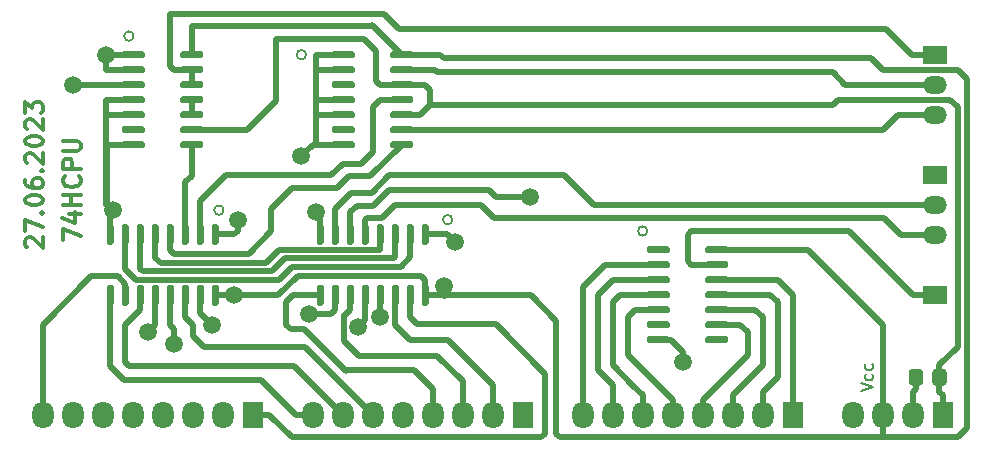
<source format=gbr>
G04 #@! TF.GenerationSoftware,KiCad,Pcbnew,(5.1.8)-1*
G04 #@! TF.CreationDate,2023-07-12T22:55:22+03:00*
G04 #@! TF.ProjectId,CMP,434d502e-6b69-4636-9164-5f7063625858,rev?*
G04 #@! TF.SameCoordinates,PX354a940PY2a16894*
G04 #@! TF.FileFunction,Copper,L1,Top*
G04 #@! TF.FilePolarity,Positive*
%FSLAX46Y46*%
G04 Gerber Fmt 4.6, Leading zero omitted, Abs format (unit mm)*
G04 Created by KiCad (PCBNEW (5.1.8)-1) date 2023-07-12 22:55:22*
%MOMM*%
%LPD*%
G01*
G04 APERTURE LIST*
G04 #@! TA.AperFunction,NonConductor*
%ADD10C,0.300000*%
G04 #@! TD*
G04 #@! TA.AperFunction,NonConductor*
%ADD11C,0.150000*%
G04 #@! TD*
G04 #@! TA.AperFunction,NonConductor*
%ADD12C,0.200000*%
G04 #@! TD*
G04 #@! TA.AperFunction,ComponentPad*
%ADD13C,1.500000*%
G04 #@! TD*
G04 #@! TA.AperFunction,ComponentPad*
%ADD14R,2.000000X1.500000*%
G04 #@! TD*
G04 #@! TA.AperFunction,ComponentPad*
%ADD15O,2.000000X1.500000*%
G04 #@! TD*
G04 #@! TA.AperFunction,ComponentPad*
%ADD16O,1.800000X2.300000*%
G04 #@! TD*
G04 #@! TA.AperFunction,ComponentPad*
%ADD17R,1.800000X2.300000*%
G04 #@! TD*
G04 #@! TA.AperFunction,ViaPad*
%ADD18C,1.500000*%
G04 #@! TD*
G04 #@! TA.AperFunction,Conductor*
%ADD19C,0.500000*%
G04 #@! TD*
G04 #@! TA.AperFunction,Conductor*
%ADD20C,0.600000*%
G04 #@! TD*
G04 APERTURE END LIST*
D10*
X1226428Y-20430357D02*
X1155000Y-20358928D01*
X1083571Y-20216071D01*
X1083571Y-19858928D01*
X1155000Y-19716071D01*
X1226428Y-19644642D01*
X1369285Y-19573214D01*
X1512142Y-19573214D01*
X1726428Y-19644642D01*
X2583571Y-20501785D01*
X2583571Y-19573214D01*
X1083571Y-19073214D02*
X1083571Y-18073214D01*
X2583571Y-18716071D01*
X2440714Y-17501785D02*
X2512142Y-17430357D01*
X2583571Y-17501785D01*
X2512142Y-17573214D01*
X2440714Y-17501785D01*
X2583571Y-17501785D01*
X1083571Y-16501785D02*
X1083571Y-16358928D01*
X1155000Y-16216071D01*
X1226428Y-16144642D01*
X1369285Y-16073214D01*
X1655000Y-16001785D01*
X2012142Y-16001785D01*
X2297857Y-16073214D01*
X2440714Y-16144642D01*
X2512142Y-16216071D01*
X2583571Y-16358928D01*
X2583571Y-16501785D01*
X2512142Y-16644642D01*
X2440714Y-16716071D01*
X2297857Y-16787500D01*
X2012142Y-16858928D01*
X1655000Y-16858928D01*
X1369285Y-16787500D01*
X1226428Y-16716071D01*
X1155000Y-16644642D01*
X1083571Y-16501785D01*
X1083571Y-14716071D02*
X1083571Y-15001785D01*
X1155000Y-15144642D01*
X1226428Y-15216071D01*
X1440714Y-15358928D01*
X1726428Y-15430357D01*
X2297857Y-15430357D01*
X2440714Y-15358928D01*
X2512142Y-15287500D01*
X2583571Y-15144642D01*
X2583571Y-14858928D01*
X2512142Y-14716071D01*
X2440714Y-14644642D01*
X2297857Y-14573214D01*
X1940714Y-14573214D01*
X1797857Y-14644642D01*
X1726428Y-14716071D01*
X1655000Y-14858928D01*
X1655000Y-15144642D01*
X1726428Y-15287500D01*
X1797857Y-15358928D01*
X1940714Y-15430357D01*
X2440714Y-13930357D02*
X2512142Y-13858928D01*
X2583571Y-13930357D01*
X2512142Y-14001785D01*
X2440714Y-13930357D01*
X2583571Y-13930357D01*
X1226428Y-13287500D02*
X1155000Y-13216071D01*
X1083571Y-13073214D01*
X1083571Y-12716071D01*
X1155000Y-12573214D01*
X1226428Y-12501785D01*
X1369285Y-12430357D01*
X1512142Y-12430357D01*
X1726428Y-12501785D01*
X2583571Y-13358928D01*
X2583571Y-12430357D01*
X1083571Y-11501785D02*
X1083571Y-11358928D01*
X1155000Y-11216071D01*
X1226428Y-11144642D01*
X1369285Y-11073214D01*
X1655000Y-11001785D01*
X2012142Y-11001785D01*
X2297857Y-11073214D01*
X2440714Y-11144642D01*
X2512142Y-11216071D01*
X2583571Y-11358928D01*
X2583571Y-11501785D01*
X2512142Y-11644642D01*
X2440714Y-11716071D01*
X2297857Y-11787500D01*
X2012142Y-11858928D01*
X1655000Y-11858928D01*
X1369285Y-11787500D01*
X1226428Y-11716071D01*
X1155000Y-11644642D01*
X1083571Y-11501785D01*
X1226428Y-10430357D02*
X1155000Y-10358928D01*
X1083571Y-10216071D01*
X1083571Y-9858928D01*
X1155000Y-9716071D01*
X1226428Y-9644642D01*
X1369285Y-9573214D01*
X1512142Y-9573214D01*
X1726428Y-9644642D01*
X2583571Y-10501785D01*
X2583571Y-9573214D01*
X1083571Y-9073214D02*
X1083571Y-8144642D01*
X1655000Y-8644642D01*
X1655000Y-8430357D01*
X1726428Y-8287500D01*
X1797857Y-8216071D01*
X1940714Y-8144642D01*
X2297857Y-8144642D01*
X2440714Y-8216071D01*
X2512142Y-8287500D01*
X2583571Y-8430357D01*
X2583571Y-8858928D01*
X2512142Y-9001785D01*
X2440714Y-9073214D01*
X4258571Y-19843214D02*
X4258571Y-18843214D01*
X5758571Y-19486071D01*
X4758571Y-17628928D02*
X5758571Y-17628928D01*
X4187142Y-17986071D02*
X5258571Y-18343214D01*
X5258571Y-17414642D01*
X5758571Y-16843214D02*
X4258571Y-16843214D01*
X4972857Y-16843214D02*
X4972857Y-15986071D01*
X5758571Y-15986071D02*
X4258571Y-15986071D01*
X5615714Y-14414642D02*
X5687142Y-14486071D01*
X5758571Y-14700357D01*
X5758571Y-14843214D01*
X5687142Y-15057500D01*
X5544285Y-15200357D01*
X5401428Y-15271785D01*
X5115714Y-15343214D01*
X4901428Y-15343214D01*
X4615714Y-15271785D01*
X4472857Y-15200357D01*
X4330000Y-15057500D01*
X4258571Y-14843214D01*
X4258571Y-14700357D01*
X4330000Y-14486071D01*
X4401428Y-14414642D01*
X5758571Y-13771785D02*
X4258571Y-13771785D01*
X4258571Y-13200357D01*
X4330000Y-13057500D01*
X4401428Y-12986071D01*
X4544285Y-12914642D01*
X4758571Y-12914642D01*
X4901428Y-12986071D01*
X4972857Y-13057500D01*
X5044285Y-13200357D01*
X5044285Y-13771785D01*
X4258571Y-12271785D02*
X5472857Y-12271785D01*
X5615714Y-12200357D01*
X5687142Y-12128928D01*
X5758571Y-11986071D01*
X5758571Y-11700357D01*
X5687142Y-11557500D01*
X5615714Y-11486071D01*
X5472857Y-11414642D01*
X4258571Y-11414642D01*
D11*
X71842380Y-32622976D02*
X72842380Y-32289642D01*
X71842380Y-31956309D01*
X72794761Y-31194404D02*
X72842380Y-31289642D01*
X72842380Y-31480119D01*
X72794761Y-31575357D01*
X72747142Y-31622976D01*
X72651904Y-31670595D01*
X72366190Y-31670595D01*
X72270952Y-31622976D01*
X72223333Y-31575357D01*
X72175714Y-31480119D01*
X72175714Y-31289642D01*
X72223333Y-31194404D01*
X72794761Y-30337261D02*
X72842380Y-30432500D01*
X72842380Y-30622976D01*
X72794761Y-30718214D01*
X72747142Y-30765833D01*
X72651904Y-30813452D01*
X72366190Y-30813452D01*
X72270952Y-30765833D01*
X72223333Y-30718214D01*
X72175714Y-30622976D01*
X72175714Y-30432500D01*
X72223333Y-30337261D01*
D12*
X10242500Y-2540000D02*
G75*
G03*
X10242500Y-2540000I-400000J0D01*
G01*
X24847500Y-4127500D02*
G75*
G03*
X24847500Y-4127500I-400000J0D01*
G01*
X17862500Y-17280000D02*
G75*
G03*
X17862500Y-17280000I-400000J0D01*
G01*
X37230000Y-18097500D02*
G75*
G03*
X37230000Y-18097500I-400000J0D01*
G01*
X53740000Y-19050000D02*
G75*
G03*
X53740000Y-19050000I-400000J0D01*
G01*
D13*
X25717500Y-17462500D03*
X36542818Y-23712500D03*
X8493099Y-17277795D03*
X18732500Y-24447500D03*
G04 #@! TA.AperFunction,SMDPad,CuDef*
G36*
G01*
X77070000Y-30982499D02*
X77070000Y-31882501D01*
G75*
G02*
X76820001Y-32132500I-249999J0D01*
G01*
X76119999Y-32132500D01*
G75*
G02*
X75870000Y-31882501I0J249999D01*
G01*
X75870000Y-30982499D01*
G75*
G02*
X76119999Y-30732500I249999J0D01*
G01*
X76820001Y-30732500D01*
G75*
G02*
X77070000Y-30982499I0J-249999D01*
G01*
G37*
G04 #@! TD.AperFunction*
G04 #@! TA.AperFunction,SMDPad,CuDef*
G36*
G01*
X79070000Y-30982499D02*
X79070000Y-31882501D01*
G75*
G02*
X78820001Y-32132500I-249999J0D01*
G01*
X78119999Y-32132500D01*
G75*
G02*
X77870000Y-31882501I0J249999D01*
G01*
X77870000Y-30982499D01*
G75*
G02*
X78119999Y-30732500I249999J0D01*
G01*
X78820001Y-30732500D01*
G75*
G02*
X79070000Y-30982499I0J-249999D01*
G01*
G37*
G04 #@! TD.AperFunction*
G04 #@! TA.AperFunction,SMDPad,CuDef*
G36*
G01*
X14200000Y-4277500D02*
X14200000Y-3977500D01*
G75*
G02*
X14350000Y-3827500I150000J0D01*
G01*
X16000000Y-3827500D01*
G75*
G02*
X16150000Y-3977500I0J-150000D01*
G01*
X16150000Y-4277500D01*
G75*
G02*
X16000000Y-4427500I-150000J0D01*
G01*
X14350000Y-4427500D01*
G75*
G02*
X14200000Y-4277500I0J150000D01*
G01*
G37*
G04 #@! TD.AperFunction*
G04 #@! TA.AperFunction,SMDPad,CuDef*
G36*
G01*
X14200000Y-5547500D02*
X14200000Y-5247500D01*
G75*
G02*
X14350000Y-5097500I150000J0D01*
G01*
X16000000Y-5097500D01*
G75*
G02*
X16150000Y-5247500I0J-150000D01*
G01*
X16150000Y-5547500D01*
G75*
G02*
X16000000Y-5697500I-150000J0D01*
G01*
X14350000Y-5697500D01*
G75*
G02*
X14200000Y-5547500I0J150000D01*
G01*
G37*
G04 #@! TD.AperFunction*
G04 #@! TA.AperFunction,SMDPad,CuDef*
G36*
G01*
X14200000Y-6817500D02*
X14200000Y-6517500D01*
G75*
G02*
X14350000Y-6367500I150000J0D01*
G01*
X16000000Y-6367500D01*
G75*
G02*
X16150000Y-6517500I0J-150000D01*
G01*
X16150000Y-6817500D01*
G75*
G02*
X16000000Y-6967500I-150000J0D01*
G01*
X14350000Y-6967500D01*
G75*
G02*
X14200000Y-6817500I0J150000D01*
G01*
G37*
G04 #@! TD.AperFunction*
G04 #@! TA.AperFunction,SMDPad,CuDef*
G36*
G01*
X14200000Y-8087500D02*
X14200000Y-7787500D01*
G75*
G02*
X14350000Y-7637500I150000J0D01*
G01*
X16000000Y-7637500D01*
G75*
G02*
X16150000Y-7787500I0J-150000D01*
G01*
X16150000Y-8087500D01*
G75*
G02*
X16000000Y-8237500I-150000J0D01*
G01*
X14350000Y-8237500D01*
G75*
G02*
X14200000Y-8087500I0J150000D01*
G01*
G37*
G04 #@! TD.AperFunction*
G04 #@! TA.AperFunction,SMDPad,CuDef*
G36*
G01*
X14200000Y-9357500D02*
X14200000Y-9057500D01*
G75*
G02*
X14350000Y-8907500I150000J0D01*
G01*
X16000000Y-8907500D01*
G75*
G02*
X16150000Y-9057500I0J-150000D01*
G01*
X16150000Y-9357500D01*
G75*
G02*
X16000000Y-9507500I-150000J0D01*
G01*
X14350000Y-9507500D01*
G75*
G02*
X14200000Y-9357500I0J150000D01*
G01*
G37*
G04 #@! TD.AperFunction*
G04 #@! TA.AperFunction,SMDPad,CuDef*
G36*
G01*
X14200000Y-10627500D02*
X14200000Y-10327500D01*
G75*
G02*
X14350000Y-10177500I150000J0D01*
G01*
X16000000Y-10177500D01*
G75*
G02*
X16150000Y-10327500I0J-150000D01*
G01*
X16150000Y-10627500D01*
G75*
G02*
X16000000Y-10777500I-150000J0D01*
G01*
X14350000Y-10777500D01*
G75*
G02*
X14200000Y-10627500I0J150000D01*
G01*
G37*
G04 #@! TD.AperFunction*
G04 #@! TA.AperFunction,SMDPad,CuDef*
G36*
G01*
X14200000Y-11897500D02*
X14200000Y-11597500D01*
G75*
G02*
X14350000Y-11447500I150000J0D01*
G01*
X16000000Y-11447500D01*
G75*
G02*
X16150000Y-11597500I0J-150000D01*
G01*
X16150000Y-11897500D01*
G75*
G02*
X16000000Y-12047500I-150000J0D01*
G01*
X14350000Y-12047500D01*
G75*
G02*
X14200000Y-11897500I0J150000D01*
G01*
G37*
G04 #@! TD.AperFunction*
G04 #@! TA.AperFunction,SMDPad,CuDef*
G36*
G01*
X9250000Y-11897500D02*
X9250000Y-11597500D01*
G75*
G02*
X9400000Y-11447500I150000J0D01*
G01*
X11050000Y-11447500D01*
G75*
G02*
X11200000Y-11597500I0J-150000D01*
G01*
X11200000Y-11897500D01*
G75*
G02*
X11050000Y-12047500I-150000J0D01*
G01*
X9400000Y-12047500D01*
G75*
G02*
X9250000Y-11897500I0J150000D01*
G01*
G37*
G04 #@! TD.AperFunction*
G04 #@! TA.AperFunction,SMDPad,CuDef*
G36*
G01*
X9250000Y-10627500D02*
X9250000Y-10327500D01*
G75*
G02*
X9400000Y-10177500I150000J0D01*
G01*
X11050000Y-10177500D01*
G75*
G02*
X11200000Y-10327500I0J-150000D01*
G01*
X11200000Y-10627500D01*
G75*
G02*
X11050000Y-10777500I-150000J0D01*
G01*
X9400000Y-10777500D01*
G75*
G02*
X9250000Y-10627500I0J150000D01*
G01*
G37*
G04 #@! TD.AperFunction*
G04 #@! TA.AperFunction,SMDPad,CuDef*
G36*
G01*
X9250000Y-9357500D02*
X9250000Y-9057500D01*
G75*
G02*
X9400000Y-8907500I150000J0D01*
G01*
X11050000Y-8907500D01*
G75*
G02*
X11200000Y-9057500I0J-150000D01*
G01*
X11200000Y-9357500D01*
G75*
G02*
X11050000Y-9507500I-150000J0D01*
G01*
X9400000Y-9507500D01*
G75*
G02*
X9250000Y-9357500I0J150000D01*
G01*
G37*
G04 #@! TD.AperFunction*
G04 #@! TA.AperFunction,SMDPad,CuDef*
G36*
G01*
X9250000Y-8087500D02*
X9250000Y-7787500D01*
G75*
G02*
X9400000Y-7637500I150000J0D01*
G01*
X11050000Y-7637500D01*
G75*
G02*
X11200000Y-7787500I0J-150000D01*
G01*
X11200000Y-8087500D01*
G75*
G02*
X11050000Y-8237500I-150000J0D01*
G01*
X9400000Y-8237500D01*
G75*
G02*
X9250000Y-8087500I0J150000D01*
G01*
G37*
G04 #@! TD.AperFunction*
G04 #@! TA.AperFunction,SMDPad,CuDef*
G36*
G01*
X9250000Y-6817500D02*
X9250000Y-6517500D01*
G75*
G02*
X9400000Y-6367500I150000J0D01*
G01*
X11050000Y-6367500D01*
G75*
G02*
X11200000Y-6517500I0J-150000D01*
G01*
X11200000Y-6817500D01*
G75*
G02*
X11050000Y-6967500I-150000J0D01*
G01*
X9400000Y-6967500D01*
G75*
G02*
X9250000Y-6817500I0J150000D01*
G01*
G37*
G04 #@! TD.AperFunction*
G04 #@! TA.AperFunction,SMDPad,CuDef*
G36*
G01*
X9250000Y-5547500D02*
X9250000Y-5247500D01*
G75*
G02*
X9400000Y-5097500I150000J0D01*
G01*
X11050000Y-5097500D01*
G75*
G02*
X11200000Y-5247500I0J-150000D01*
G01*
X11200000Y-5547500D01*
G75*
G02*
X11050000Y-5697500I-150000J0D01*
G01*
X9400000Y-5697500D01*
G75*
G02*
X9250000Y-5547500I0J150000D01*
G01*
G37*
G04 #@! TD.AperFunction*
G04 #@! TA.AperFunction,SMDPad,CuDef*
G36*
G01*
X9250000Y-4277500D02*
X9250000Y-3977500D01*
G75*
G02*
X9400000Y-3827500I150000J0D01*
G01*
X11050000Y-3827500D01*
G75*
G02*
X11200000Y-3977500I0J-150000D01*
G01*
X11200000Y-4277500D01*
G75*
G02*
X11050000Y-4427500I-150000J0D01*
G01*
X9400000Y-4427500D01*
G75*
G02*
X9250000Y-4277500I0J150000D01*
G01*
G37*
G04 #@! TD.AperFunction*
G04 #@! TA.AperFunction,SMDPad,CuDef*
G36*
G01*
X31980000Y-4277500D02*
X31980000Y-3977500D01*
G75*
G02*
X32130000Y-3827500I150000J0D01*
G01*
X33780000Y-3827500D01*
G75*
G02*
X33930000Y-3977500I0J-150000D01*
G01*
X33930000Y-4277500D01*
G75*
G02*
X33780000Y-4427500I-150000J0D01*
G01*
X32130000Y-4427500D01*
G75*
G02*
X31980000Y-4277500I0J150000D01*
G01*
G37*
G04 #@! TD.AperFunction*
G04 #@! TA.AperFunction,SMDPad,CuDef*
G36*
G01*
X31980000Y-5547500D02*
X31980000Y-5247500D01*
G75*
G02*
X32130000Y-5097500I150000J0D01*
G01*
X33780000Y-5097500D01*
G75*
G02*
X33930000Y-5247500I0J-150000D01*
G01*
X33930000Y-5547500D01*
G75*
G02*
X33780000Y-5697500I-150000J0D01*
G01*
X32130000Y-5697500D01*
G75*
G02*
X31980000Y-5547500I0J150000D01*
G01*
G37*
G04 #@! TD.AperFunction*
G04 #@! TA.AperFunction,SMDPad,CuDef*
G36*
G01*
X31980000Y-6817500D02*
X31980000Y-6517500D01*
G75*
G02*
X32130000Y-6367500I150000J0D01*
G01*
X33780000Y-6367500D01*
G75*
G02*
X33930000Y-6517500I0J-150000D01*
G01*
X33930000Y-6817500D01*
G75*
G02*
X33780000Y-6967500I-150000J0D01*
G01*
X32130000Y-6967500D01*
G75*
G02*
X31980000Y-6817500I0J150000D01*
G01*
G37*
G04 #@! TD.AperFunction*
G04 #@! TA.AperFunction,SMDPad,CuDef*
G36*
G01*
X31980000Y-8087500D02*
X31980000Y-7787500D01*
G75*
G02*
X32130000Y-7637500I150000J0D01*
G01*
X33780000Y-7637500D01*
G75*
G02*
X33930000Y-7787500I0J-150000D01*
G01*
X33930000Y-8087500D01*
G75*
G02*
X33780000Y-8237500I-150000J0D01*
G01*
X32130000Y-8237500D01*
G75*
G02*
X31980000Y-8087500I0J150000D01*
G01*
G37*
G04 #@! TD.AperFunction*
G04 #@! TA.AperFunction,SMDPad,CuDef*
G36*
G01*
X31980000Y-9357500D02*
X31980000Y-9057500D01*
G75*
G02*
X32130000Y-8907500I150000J0D01*
G01*
X33780000Y-8907500D01*
G75*
G02*
X33930000Y-9057500I0J-150000D01*
G01*
X33930000Y-9357500D01*
G75*
G02*
X33780000Y-9507500I-150000J0D01*
G01*
X32130000Y-9507500D01*
G75*
G02*
X31980000Y-9357500I0J150000D01*
G01*
G37*
G04 #@! TD.AperFunction*
G04 #@! TA.AperFunction,SMDPad,CuDef*
G36*
G01*
X31980000Y-10627500D02*
X31980000Y-10327500D01*
G75*
G02*
X32130000Y-10177500I150000J0D01*
G01*
X33780000Y-10177500D01*
G75*
G02*
X33930000Y-10327500I0J-150000D01*
G01*
X33930000Y-10627500D01*
G75*
G02*
X33780000Y-10777500I-150000J0D01*
G01*
X32130000Y-10777500D01*
G75*
G02*
X31980000Y-10627500I0J150000D01*
G01*
G37*
G04 #@! TD.AperFunction*
G04 #@! TA.AperFunction,SMDPad,CuDef*
G36*
G01*
X31980000Y-11897500D02*
X31980000Y-11597500D01*
G75*
G02*
X32130000Y-11447500I150000J0D01*
G01*
X33780000Y-11447500D01*
G75*
G02*
X33930000Y-11597500I0J-150000D01*
G01*
X33930000Y-11897500D01*
G75*
G02*
X33780000Y-12047500I-150000J0D01*
G01*
X32130000Y-12047500D01*
G75*
G02*
X31980000Y-11897500I0J150000D01*
G01*
G37*
G04 #@! TD.AperFunction*
G04 #@! TA.AperFunction,SMDPad,CuDef*
G36*
G01*
X27030000Y-11897500D02*
X27030000Y-11597500D01*
G75*
G02*
X27180000Y-11447500I150000J0D01*
G01*
X28830000Y-11447500D01*
G75*
G02*
X28980000Y-11597500I0J-150000D01*
G01*
X28980000Y-11897500D01*
G75*
G02*
X28830000Y-12047500I-150000J0D01*
G01*
X27180000Y-12047500D01*
G75*
G02*
X27030000Y-11897500I0J150000D01*
G01*
G37*
G04 #@! TD.AperFunction*
G04 #@! TA.AperFunction,SMDPad,CuDef*
G36*
G01*
X27030000Y-10627500D02*
X27030000Y-10327500D01*
G75*
G02*
X27180000Y-10177500I150000J0D01*
G01*
X28830000Y-10177500D01*
G75*
G02*
X28980000Y-10327500I0J-150000D01*
G01*
X28980000Y-10627500D01*
G75*
G02*
X28830000Y-10777500I-150000J0D01*
G01*
X27180000Y-10777500D01*
G75*
G02*
X27030000Y-10627500I0J150000D01*
G01*
G37*
G04 #@! TD.AperFunction*
G04 #@! TA.AperFunction,SMDPad,CuDef*
G36*
G01*
X27030000Y-9357500D02*
X27030000Y-9057500D01*
G75*
G02*
X27180000Y-8907500I150000J0D01*
G01*
X28830000Y-8907500D01*
G75*
G02*
X28980000Y-9057500I0J-150000D01*
G01*
X28980000Y-9357500D01*
G75*
G02*
X28830000Y-9507500I-150000J0D01*
G01*
X27180000Y-9507500D01*
G75*
G02*
X27030000Y-9357500I0J150000D01*
G01*
G37*
G04 #@! TD.AperFunction*
G04 #@! TA.AperFunction,SMDPad,CuDef*
G36*
G01*
X27030000Y-8087500D02*
X27030000Y-7787500D01*
G75*
G02*
X27180000Y-7637500I150000J0D01*
G01*
X28830000Y-7637500D01*
G75*
G02*
X28980000Y-7787500I0J-150000D01*
G01*
X28980000Y-8087500D01*
G75*
G02*
X28830000Y-8237500I-150000J0D01*
G01*
X27180000Y-8237500D01*
G75*
G02*
X27030000Y-8087500I0J150000D01*
G01*
G37*
G04 #@! TD.AperFunction*
G04 #@! TA.AperFunction,SMDPad,CuDef*
G36*
G01*
X27030000Y-6817500D02*
X27030000Y-6517500D01*
G75*
G02*
X27180000Y-6367500I150000J0D01*
G01*
X28830000Y-6367500D01*
G75*
G02*
X28980000Y-6517500I0J-150000D01*
G01*
X28980000Y-6817500D01*
G75*
G02*
X28830000Y-6967500I-150000J0D01*
G01*
X27180000Y-6967500D01*
G75*
G02*
X27030000Y-6817500I0J150000D01*
G01*
G37*
G04 #@! TD.AperFunction*
G04 #@! TA.AperFunction,SMDPad,CuDef*
G36*
G01*
X27030000Y-5547500D02*
X27030000Y-5247500D01*
G75*
G02*
X27180000Y-5097500I150000J0D01*
G01*
X28830000Y-5097500D01*
G75*
G02*
X28980000Y-5247500I0J-150000D01*
G01*
X28980000Y-5547500D01*
G75*
G02*
X28830000Y-5697500I-150000J0D01*
G01*
X27180000Y-5697500D01*
G75*
G02*
X27030000Y-5547500I0J150000D01*
G01*
G37*
G04 #@! TD.AperFunction*
G04 #@! TA.AperFunction,SMDPad,CuDef*
G36*
G01*
X27030000Y-4277500D02*
X27030000Y-3977500D01*
G75*
G02*
X27180000Y-3827500I150000J0D01*
G01*
X28830000Y-3827500D01*
G75*
G02*
X28980000Y-3977500I0J-150000D01*
G01*
X28980000Y-4277500D01*
G75*
G02*
X28830000Y-4427500I-150000J0D01*
G01*
X27180000Y-4427500D01*
G75*
G02*
X27030000Y-4277500I0J150000D01*
G01*
G37*
G04 #@! TD.AperFunction*
G04 #@! TA.AperFunction,SMDPad,CuDef*
G36*
G01*
X58650000Y-20787500D02*
X58650000Y-20487500D01*
G75*
G02*
X58800000Y-20337500I150000J0D01*
G01*
X60450000Y-20337500D01*
G75*
G02*
X60600000Y-20487500I0J-150000D01*
G01*
X60600000Y-20787500D01*
G75*
G02*
X60450000Y-20937500I-150000J0D01*
G01*
X58800000Y-20937500D01*
G75*
G02*
X58650000Y-20787500I0J150000D01*
G01*
G37*
G04 #@! TD.AperFunction*
G04 #@! TA.AperFunction,SMDPad,CuDef*
G36*
G01*
X58650000Y-22057500D02*
X58650000Y-21757500D01*
G75*
G02*
X58800000Y-21607500I150000J0D01*
G01*
X60450000Y-21607500D01*
G75*
G02*
X60600000Y-21757500I0J-150000D01*
G01*
X60600000Y-22057500D01*
G75*
G02*
X60450000Y-22207500I-150000J0D01*
G01*
X58800000Y-22207500D01*
G75*
G02*
X58650000Y-22057500I0J150000D01*
G01*
G37*
G04 #@! TD.AperFunction*
G04 #@! TA.AperFunction,SMDPad,CuDef*
G36*
G01*
X58650000Y-23327500D02*
X58650000Y-23027500D01*
G75*
G02*
X58800000Y-22877500I150000J0D01*
G01*
X60450000Y-22877500D01*
G75*
G02*
X60600000Y-23027500I0J-150000D01*
G01*
X60600000Y-23327500D01*
G75*
G02*
X60450000Y-23477500I-150000J0D01*
G01*
X58800000Y-23477500D01*
G75*
G02*
X58650000Y-23327500I0J150000D01*
G01*
G37*
G04 #@! TD.AperFunction*
G04 #@! TA.AperFunction,SMDPad,CuDef*
G36*
G01*
X58650000Y-24597500D02*
X58650000Y-24297500D01*
G75*
G02*
X58800000Y-24147500I150000J0D01*
G01*
X60450000Y-24147500D01*
G75*
G02*
X60600000Y-24297500I0J-150000D01*
G01*
X60600000Y-24597500D01*
G75*
G02*
X60450000Y-24747500I-150000J0D01*
G01*
X58800000Y-24747500D01*
G75*
G02*
X58650000Y-24597500I0J150000D01*
G01*
G37*
G04 #@! TD.AperFunction*
G04 #@! TA.AperFunction,SMDPad,CuDef*
G36*
G01*
X58650000Y-25867500D02*
X58650000Y-25567500D01*
G75*
G02*
X58800000Y-25417500I150000J0D01*
G01*
X60450000Y-25417500D01*
G75*
G02*
X60600000Y-25567500I0J-150000D01*
G01*
X60600000Y-25867500D01*
G75*
G02*
X60450000Y-26017500I-150000J0D01*
G01*
X58800000Y-26017500D01*
G75*
G02*
X58650000Y-25867500I0J150000D01*
G01*
G37*
G04 #@! TD.AperFunction*
G04 #@! TA.AperFunction,SMDPad,CuDef*
G36*
G01*
X58650000Y-27137500D02*
X58650000Y-26837500D01*
G75*
G02*
X58800000Y-26687500I150000J0D01*
G01*
X60450000Y-26687500D01*
G75*
G02*
X60600000Y-26837500I0J-150000D01*
G01*
X60600000Y-27137500D01*
G75*
G02*
X60450000Y-27287500I-150000J0D01*
G01*
X58800000Y-27287500D01*
G75*
G02*
X58650000Y-27137500I0J150000D01*
G01*
G37*
G04 #@! TD.AperFunction*
G04 #@! TA.AperFunction,SMDPad,CuDef*
G36*
G01*
X58650000Y-28407500D02*
X58650000Y-28107500D01*
G75*
G02*
X58800000Y-27957500I150000J0D01*
G01*
X60450000Y-27957500D01*
G75*
G02*
X60600000Y-28107500I0J-150000D01*
G01*
X60600000Y-28407500D01*
G75*
G02*
X60450000Y-28557500I-150000J0D01*
G01*
X58800000Y-28557500D01*
G75*
G02*
X58650000Y-28407500I0J150000D01*
G01*
G37*
G04 #@! TD.AperFunction*
G04 #@! TA.AperFunction,SMDPad,CuDef*
G36*
G01*
X53700000Y-28407500D02*
X53700000Y-28107500D01*
G75*
G02*
X53850000Y-27957500I150000J0D01*
G01*
X55500000Y-27957500D01*
G75*
G02*
X55650000Y-28107500I0J-150000D01*
G01*
X55650000Y-28407500D01*
G75*
G02*
X55500000Y-28557500I-150000J0D01*
G01*
X53850000Y-28557500D01*
G75*
G02*
X53700000Y-28407500I0J150000D01*
G01*
G37*
G04 #@! TD.AperFunction*
G04 #@! TA.AperFunction,SMDPad,CuDef*
G36*
G01*
X53700000Y-27137500D02*
X53700000Y-26837500D01*
G75*
G02*
X53850000Y-26687500I150000J0D01*
G01*
X55500000Y-26687500D01*
G75*
G02*
X55650000Y-26837500I0J-150000D01*
G01*
X55650000Y-27137500D01*
G75*
G02*
X55500000Y-27287500I-150000J0D01*
G01*
X53850000Y-27287500D01*
G75*
G02*
X53700000Y-27137500I0J150000D01*
G01*
G37*
G04 #@! TD.AperFunction*
G04 #@! TA.AperFunction,SMDPad,CuDef*
G36*
G01*
X53700000Y-25867500D02*
X53700000Y-25567500D01*
G75*
G02*
X53850000Y-25417500I150000J0D01*
G01*
X55500000Y-25417500D01*
G75*
G02*
X55650000Y-25567500I0J-150000D01*
G01*
X55650000Y-25867500D01*
G75*
G02*
X55500000Y-26017500I-150000J0D01*
G01*
X53850000Y-26017500D01*
G75*
G02*
X53700000Y-25867500I0J150000D01*
G01*
G37*
G04 #@! TD.AperFunction*
G04 #@! TA.AperFunction,SMDPad,CuDef*
G36*
G01*
X53700000Y-24597500D02*
X53700000Y-24297500D01*
G75*
G02*
X53850000Y-24147500I150000J0D01*
G01*
X55500000Y-24147500D01*
G75*
G02*
X55650000Y-24297500I0J-150000D01*
G01*
X55650000Y-24597500D01*
G75*
G02*
X55500000Y-24747500I-150000J0D01*
G01*
X53850000Y-24747500D01*
G75*
G02*
X53700000Y-24597500I0J150000D01*
G01*
G37*
G04 #@! TD.AperFunction*
G04 #@! TA.AperFunction,SMDPad,CuDef*
G36*
G01*
X53700000Y-23327500D02*
X53700000Y-23027500D01*
G75*
G02*
X53850000Y-22877500I150000J0D01*
G01*
X55500000Y-22877500D01*
G75*
G02*
X55650000Y-23027500I0J-150000D01*
G01*
X55650000Y-23327500D01*
G75*
G02*
X55500000Y-23477500I-150000J0D01*
G01*
X53850000Y-23477500D01*
G75*
G02*
X53700000Y-23327500I0J150000D01*
G01*
G37*
G04 #@! TD.AperFunction*
G04 #@! TA.AperFunction,SMDPad,CuDef*
G36*
G01*
X53700000Y-22057500D02*
X53700000Y-21757500D01*
G75*
G02*
X53850000Y-21607500I150000J0D01*
G01*
X55500000Y-21607500D01*
G75*
G02*
X55650000Y-21757500I0J-150000D01*
G01*
X55650000Y-22057500D01*
G75*
G02*
X55500000Y-22207500I-150000J0D01*
G01*
X53850000Y-22207500D01*
G75*
G02*
X53700000Y-22057500I0J150000D01*
G01*
G37*
G04 #@! TD.AperFunction*
G04 #@! TA.AperFunction,SMDPad,CuDef*
G36*
G01*
X53700000Y-20787500D02*
X53700000Y-20487500D01*
G75*
G02*
X53850000Y-20337500I150000J0D01*
G01*
X55500000Y-20337500D01*
G75*
G02*
X55650000Y-20487500I0J-150000D01*
G01*
X55650000Y-20787500D01*
G75*
G02*
X55500000Y-20937500I-150000J0D01*
G01*
X53850000Y-20937500D01*
G75*
G02*
X53700000Y-20787500I0J150000D01*
G01*
G37*
G04 #@! TD.AperFunction*
D14*
X78105000Y-24447500D03*
G04 #@! TA.AperFunction,SMDPad,CuDef*
G36*
G01*
X16995000Y-23607500D02*
X17295000Y-23607500D01*
G75*
G02*
X17445000Y-23757500I0J-150000D01*
G01*
X17445000Y-25207500D01*
G75*
G02*
X17295000Y-25357500I-150000J0D01*
G01*
X16995000Y-25357500D01*
G75*
G02*
X16845000Y-25207500I0J150000D01*
G01*
X16845000Y-23757500D01*
G75*
G02*
X16995000Y-23607500I150000J0D01*
G01*
G37*
G04 #@! TD.AperFunction*
G04 #@! TA.AperFunction,SMDPad,CuDef*
G36*
G01*
X15725000Y-23607500D02*
X16025000Y-23607500D01*
G75*
G02*
X16175000Y-23757500I0J-150000D01*
G01*
X16175000Y-25207500D01*
G75*
G02*
X16025000Y-25357500I-150000J0D01*
G01*
X15725000Y-25357500D01*
G75*
G02*
X15575000Y-25207500I0J150000D01*
G01*
X15575000Y-23757500D01*
G75*
G02*
X15725000Y-23607500I150000J0D01*
G01*
G37*
G04 #@! TD.AperFunction*
G04 #@! TA.AperFunction,SMDPad,CuDef*
G36*
G01*
X14455000Y-23607500D02*
X14755000Y-23607500D01*
G75*
G02*
X14905000Y-23757500I0J-150000D01*
G01*
X14905000Y-25207500D01*
G75*
G02*
X14755000Y-25357500I-150000J0D01*
G01*
X14455000Y-25357500D01*
G75*
G02*
X14305000Y-25207500I0J150000D01*
G01*
X14305000Y-23757500D01*
G75*
G02*
X14455000Y-23607500I150000J0D01*
G01*
G37*
G04 #@! TD.AperFunction*
G04 #@! TA.AperFunction,SMDPad,CuDef*
G36*
G01*
X13185000Y-23607500D02*
X13485000Y-23607500D01*
G75*
G02*
X13635000Y-23757500I0J-150000D01*
G01*
X13635000Y-25207500D01*
G75*
G02*
X13485000Y-25357500I-150000J0D01*
G01*
X13185000Y-25357500D01*
G75*
G02*
X13035000Y-25207500I0J150000D01*
G01*
X13035000Y-23757500D01*
G75*
G02*
X13185000Y-23607500I150000J0D01*
G01*
G37*
G04 #@! TD.AperFunction*
G04 #@! TA.AperFunction,SMDPad,CuDef*
G36*
G01*
X11915000Y-23607500D02*
X12215000Y-23607500D01*
G75*
G02*
X12365000Y-23757500I0J-150000D01*
G01*
X12365000Y-25207500D01*
G75*
G02*
X12215000Y-25357500I-150000J0D01*
G01*
X11915000Y-25357500D01*
G75*
G02*
X11765000Y-25207500I0J150000D01*
G01*
X11765000Y-23757500D01*
G75*
G02*
X11915000Y-23607500I150000J0D01*
G01*
G37*
G04 #@! TD.AperFunction*
G04 #@! TA.AperFunction,SMDPad,CuDef*
G36*
G01*
X10645000Y-23607500D02*
X10945000Y-23607500D01*
G75*
G02*
X11095000Y-23757500I0J-150000D01*
G01*
X11095000Y-25207500D01*
G75*
G02*
X10945000Y-25357500I-150000J0D01*
G01*
X10645000Y-25357500D01*
G75*
G02*
X10495000Y-25207500I0J150000D01*
G01*
X10495000Y-23757500D01*
G75*
G02*
X10645000Y-23607500I150000J0D01*
G01*
G37*
G04 #@! TD.AperFunction*
G04 #@! TA.AperFunction,SMDPad,CuDef*
G36*
G01*
X9375000Y-23607500D02*
X9675000Y-23607500D01*
G75*
G02*
X9825000Y-23757500I0J-150000D01*
G01*
X9825000Y-25207500D01*
G75*
G02*
X9675000Y-25357500I-150000J0D01*
G01*
X9375000Y-25357500D01*
G75*
G02*
X9225000Y-25207500I0J150000D01*
G01*
X9225000Y-23757500D01*
G75*
G02*
X9375000Y-23607500I150000J0D01*
G01*
G37*
G04 #@! TD.AperFunction*
G04 #@! TA.AperFunction,SMDPad,CuDef*
G36*
G01*
X8105000Y-23607500D02*
X8405000Y-23607500D01*
G75*
G02*
X8555000Y-23757500I0J-150000D01*
G01*
X8555000Y-25207500D01*
G75*
G02*
X8405000Y-25357500I-150000J0D01*
G01*
X8105000Y-25357500D01*
G75*
G02*
X7955000Y-25207500I0J150000D01*
G01*
X7955000Y-23757500D01*
G75*
G02*
X8105000Y-23607500I150000J0D01*
G01*
G37*
G04 #@! TD.AperFunction*
G04 #@! TA.AperFunction,SMDPad,CuDef*
G36*
G01*
X8105000Y-18457500D02*
X8405000Y-18457500D01*
G75*
G02*
X8555000Y-18607500I0J-150000D01*
G01*
X8555000Y-20057500D01*
G75*
G02*
X8405000Y-20207500I-150000J0D01*
G01*
X8105000Y-20207500D01*
G75*
G02*
X7955000Y-20057500I0J150000D01*
G01*
X7955000Y-18607500D01*
G75*
G02*
X8105000Y-18457500I150000J0D01*
G01*
G37*
G04 #@! TD.AperFunction*
G04 #@! TA.AperFunction,SMDPad,CuDef*
G36*
G01*
X9375000Y-18457500D02*
X9675000Y-18457500D01*
G75*
G02*
X9825000Y-18607500I0J-150000D01*
G01*
X9825000Y-20057500D01*
G75*
G02*
X9675000Y-20207500I-150000J0D01*
G01*
X9375000Y-20207500D01*
G75*
G02*
X9225000Y-20057500I0J150000D01*
G01*
X9225000Y-18607500D01*
G75*
G02*
X9375000Y-18457500I150000J0D01*
G01*
G37*
G04 #@! TD.AperFunction*
G04 #@! TA.AperFunction,SMDPad,CuDef*
G36*
G01*
X10645000Y-18457500D02*
X10945000Y-18457500D01*
G75*
G02*
X11095000Y-18607500I0J-150000D01*
G01*
X11095000Y-20057500D01*
G75*
G02*
X10945000Y-20207500I-150000J0D01*
G01*
X10645000Y-20207500D01*
G75*
G02*
X10495000Y-20057500I0J150000D01*
G01*
X10495000Y-18607500D01*
G75*
G02*
X10645000Y-18457500I150000J0D01*
G01*
G37*
G04 #@! TD.AperFunction*
G04 #@! TA.AperFunction,SMDPad,CuDef*
G36*
G01*
X11915000Y-18457500D02*
X12215000Y-18457500D01*
G75*
G02*
X12365000Y-18607500I0J-150000D01*
G01*
X12365000Y-20057500D01*
G75*
G02*
X12215000Y-20207500I-150000J0D01*
G01*
X11915000Y-20207500D01*
G75*
G02*
X11765000Y-20057500I0J150000D01*
G01*
X11765000Y-18607500D01*
G75*
G02*
X11915000Y-18457500I150000J0D01*
G01*
G37*
G04 #@! TD.AperFunction*
G04 #@! TA.AperFunction,SMDPad,CuDef*
G36*
G01*
X13185000Y-18457500D02*
X13485000Y-18457500D01*
G75*
G02*
X13635000Y-18607500I0J-150000D01*
G01*
X13635000Y-20057500D01*
G75*
G02*
X13485000Y-20207500I-150000J0D01*
G01*
X13185000Y-20207500D01*
G75*
G02*
X13035000Y-20057500I0J150000D01*
G01*
X13035000Y-18607500D01*
G75*
G02*
X13185000Y-18457500I150000J0D01*
G01*
G37*
G04 #@! TD.AperFunction*
G04 #@! TA.AperFunction,SMDPad,CuDef*
G36*
G01*
X14455000Y-18457500D02*
X14755000Y-18457500D01*
G75*
G02*
X14905000Y-18607500I0J-150000D01*
G01*
X14905000Y-20057500D01*
G75*
G02*
X14755000Y-20207500I-150000J0D01*
G01*
X14455000Y-20207500D01*
G75*
G02*
X14305000Y-20057500I0J150000D01*
G01*
X14305000Y-18607500D01*
G75*
G02*
X14455000Y-18457500I150000J0D01*
G01*
G37*
G04 #@! TD.AperFunction*
G04 #@! TA.AperFunction,SMDPad,CuDef*
G36*
G01*
X15725000Y-18457500D02*
X16025000Y-18457500D01*
G75*
G02*
X16175000Y-18607500I0J-150000D01*
G01*
X16175000Y-20057500D01*
G75*
G02*
X16025000Y-20207500I-150000J0D01*
G01*
X15725000Y-20207500D01*
G75*
G02*
X15575000Y-20057500I0J150000D01*
G01*
X15575000Y-18607500D01*
G75*
G02*
X15725000Y-18457500I150000J0D01*
G01*
G37*
G04 #@! TD.AperFunction*
G04 #@! TA.AperFunction,SMDPad,CuDef*
G36*
G01*
X16995000Y-18457500D02*
X17295000Y-18457500D01*
G75*
G02*
X17445000Y-18607500I0J-150000D01*
G01*
X17445000Y-20057500D01*
G75*
G02*
X17295000Y-20207500I-150000J0D01*
G01*
X16995000Y-20207500D01*
G75*
G02*
X16845000Y-20057500I0J150000D01*
G01*
X16845000Y-18607500D01*
G75*
G02*
X16995000Y-18457500I150000J0D01*
G01*
G37*
G04 #@! TD.AperFunction*
G04 #@! TA.AperFunction,SMDPad,CuDef*
G36*
G01*
X34775000Y-23607500D02*
X35075000Y-23607500D01*
G75*
G02*
X35225000Y-23757500I0J-150000D01*
G01*
X35225000Y-25207500D01*
G75*
G02*
X35075000Y-25357500I-150000J0D01*
G01*
X34775000Y-25357500D01*
G75*
G02*
X34625000Y-25207500I0J150000D01*
G01*
X34625000Y-23757500D01*
G75*
G02*
X34775000Y-23607500I150000J0D01*
G01*
G37*
G04 #@! TD.AperFunction*
G04 #@! TA.AperFunction,SMDPad,CuDef*
G36*
G01*
X33505000Y-23607500D02*
X33805000Y-23607500D01*
G75*
G02*
X33955000Y-23757500I0J-150000D01*
G01*
X33955000Y-25207500D01*
G75*
G02*
X33805000Y-25357500I-150000J0D01*
G01*
X33505000Y-25357500D01*
G75*
G02*
X33355000Y-25207500I0J150000D01*
G01*
X33355000Y-23757500D01*
G75*
G02*
X33505000Y-23607500I150000J0D01*
G01*
G37*
G04 #@! TD.AperFunction*
G04 #@! TA.AperFunction,SMDPad,CuDef*
G36*
G01*
X32235000Y-23607500D02*
X32535000Y-23607500D01*
G75*
G02*
X32685000Y-23757500I0J-150000D01*
G01*
X32685000Y-25207500D01*
G75*
G02*
X32535000Y-25357500I-150000J0D01*
G01*
X32235000Y-25357500D01*
G75*
G02*
X32085000Y-25207500I0J150000D01*
G01*
X32085000Y-23757500D01*
G75*
G02*
X32235000Y-23607500I150000J0D01*
G01*
G37*
G04 #@! TD.AperFunction*
G04 #@! TA.AperFunction,SMDPad,CuDef*
G36*
G01*
X30965000Y-23607500D02*
X31265000Y-23607500D01*
G75*
G02*
X31415000Y-23757500I0J-150000D01*
G01*
X31415000Y-25207500D01*
G75*
G02*
X31265000Y-25357500I-150000J0D01*
G01*
X30965000Y-25357500D01*
G75*
G02*
X30815000Y-25207500I0J150000D01*
G01*
X30815000Y-23757500D01*
G75*
G02*
X30965000Y-23607500I150000J0D01*
G01*
G37*
G04 #@! TD.AperFunction*
G04 #@! TA.AperFunction,SMDPad,CuDef*
G36*
G01*
X29695000Y-23607500D02*
X29995000Y-23607500D01*
G75*
G02*
X30145000Y-23757500I0J-150000D01*
G01*
X30145000Y-25207500D01*
G75*
G02*
X29995000Y-25357500I-150000J0D01*
G01*
X29695000Y-25357500D01*
G75*
G02*
X29545000Y-25207500I0J150000D01*
G01*
X29545000Y-23757500D01*
G75*
G02*
X29695000Y-23607500I150000J0D01*
G01*
G37*
G04 #@! TD.AperFunction*
G04 #@! TA.AperFunction,SMDPad,CuDef*
G36*
G01*
X28425000Y-23607500D02*
X28725000Y-23607500D01*
G75*
G02*
X28875000Y-23757500I0J-150000D01*
G01*
X28875000Y-25207500D01*
G75*
G02*
X28725000Y-25357500I-150000J0D01*
G01*
X28425000Y-25357500D01*
G75*
G02*
X28275000Y-25207500I0J150000D01*
G01*
X28275000Y-23757500D01*
G75*
G02*
X28425000Y-23607500I150000J0D01*
G01*
G37*
G04 #@! TD.AperFunction*
G04 #@! TA.AperFunction,SMDPad,CuDef*
G36*
G01*
X27155000Y-23607500D02*
X27455000Y-23607500D01*
G75*
G02*
X27605000Y-23757500I0J-150000D01*
G01*
X27605000Y-25207500D01*
G75*
G02*
X27455000Y-25357500I-150000J0D01*
G01*
X27155000Y-25357500D01*
G75*
G02*
X27005000Y-25207500I0J150000D01*
G01*
X27005000Y-23757500D01*
G75*
G02*
X27155000Y-23607500I150000J0D01*
G01*
G37*
G04 #@! TD.AperFunction*
G04 #@! TA.AperFunction,SMDPad,CuDef*
G36*
G01*
X25885000Y-23607500D02*
X26185000Y-23607500D01*
G75*
G02*
X26335000Y-23757500I0J-150000D01*
G01*
X26335000Y-25207500D01*
G75*
G02*
X26185000Y-25357500I-150000J0D01*
G01*
X25885000Y-25357500D01*
G75*
G02*
X25735000Y-25207500I0J150000D01*
G01*
X25735000Y-23757500D01*
G75*
G02*
X25885000Y-23607500I150000J0D01*
G01*
G37*
G04 #@! TD.AperFunction*
G04 #@! TA.AperFunction,SMDPad,CuDef*
G36*
G01*
X25885000Y-18457500D02*
X26185000Y-18457500D01*
G75*
G02*
X26335000Y-18607500I0J-150000D01*
G01*
X26335000Y-20057500D01*
G75*
G02*
X26185000Y-20207500I-150000J0D01*
G01*
X25885000Y-20207500D01*
G75*
G02*
X25735000Y-20057500I0J150000D01*
G01*
X25735000Y-18607500D01*
G75*
G02*
X25885000Y-18457500I150000J0D01*
G01*
G37*
G04 #@! TD.AperFunction*
G04 #@! TA.AperFunction,SMDPad,CuDef*
G36*
G01*
X27155000Y-18457500D02*
X27455000Y-18457500D01*
G75*
G02*
X27605000Y-18607500I0J-150000D01*
G01*
X27605000Y-20057500D01*
G75*
G02*
X27455000Y-20207500I-150000J0D01*
G01*
X27155000Y-20207500D01*
G75*
G02*
X27005000Y-20057500I0J150000D01*
G01*
X27005000Y-18607500D01*
G75*
G02*
X27155000Y-18457500I150000J0D01*
G01*
G37*
G04 #@! TD.AperFunction*
G04 #@! TA.AperFunction,SMDPad,CuDef*
G36*
G01*
X28425000Y-18457500D02*
X28725000Y-18457500D01*
G75*
G02*
X28875000Y-18607500I0J-150000D01*
G01*
X28875000Y-20057500D01*
G75*
G02*
X28725000Y-20207500I-150000J0D01*
G01*
X28425000Y-20207500D01*
G75*
G02*
X28275000Y-20057500I0J150000D01*
G01*
X28275000Y-18607500D01*
G75*
G02*
X28425000Y-18457500I150000J0D01*
G01*
G37*
G04 #@! TD.AperFunction*
G04 #@! TA.AperFunction,SMDPad,CuDef*
G36*
G01*
X29695000Y-18457500D02*
X29995000Y-18457500D01*
G75*
G02*
X30145000Y-18607500I0J-150000D01*
G01*
X30145000Y-20057500D01*
G75*
G02*
X29995000Y-20207500I-150000J0D01*
G01*
X29695000Y-20207500D01*
G75*
G02*
X29545000Y-20057500I0J150000D01*
G01*
X29545000Y-18607500D01*
G75*
G02*
X29695000Y-18457500I150000J0D01*
G01*
G37*
G04 #@! TD.AperFunction*
G04 #@! TA.AperFunction,SMDPad,CuDef*
G36*
G01*
X30965000Y-18457500D02*
X31265000Y-18457500D01*
G75*
G02*
X31415000Y-18607500I0J-150000D01*
G01*
X31415000Y-20057500D01*
G75*
G02*
X31265000Y-20207500I-150000J0D01*
G01*
X30965000Y-20207500D01*
G75*
G02*
X30815000Y-20057500I0J150000D01*
G01*
X30815000Y-18607500D01*
G75*
G02*
X30965000Y-18457500I150000J0D01*
G01*
G37*
G04 #@! TD.AperFunction*
G04 #@! TA.AperFunction,SMDPad,CuDef*
G36*
G01*
X32235000Y-18457500D02*
X32535000Y-18457500D01*
G75*
G02*
X32685000Y-18607500I0J-150000D01*
G01*
X32685000Y-20057500D01*
G75*
G02*
X32535000Y-20207500I-150000J0D01*
G01*
X32235000Y-20207500D01*
G75*
G02*
X32085000Y-20057500I0J150000D01*
G01*
X32085000Y-18607500D01*
G75*
G02*
X32235000Y-18457500I150000J0D01*
G01*
G37*
G04 #@! TD.AperFunction*
G04 #@! TA.AperFunction,SMDPad,CuDef*
G36*
G01*
X33505000Y-18457500D02*
X33805000Y-18457500D01*
G75*
G02*
X33955000Y-18607500I0J-150000D01*
G01*
X33955000Y-20057500D01*
G75*
G02*
X33805000Y-20207500I-150000J0D01*
G01*
X33505000Y-20207500D01*
G75*
G02*
X33355000Y-20057500I0J150000D01*
G01*
X33355000Y-18607500D01*
G75*
G02*
X33505000Y-18457500I150000J0D01*
G01*
G37*
G04 #@! TD.AperFunction*
G04 #@! TA.AperFunction,SMDPad,CuDef*
G36*
G01*
X34775000Y-18457500D02*
X35075000Y-18457500D01*
G75*
G02*
X35225000Y-18607500I0J-150000D01*
G01*
X35225000Y-20057500D01*
G75*
G02*
X35075000Y-20207500I-150000J0D01*
G01*
X34775000Y-20207500D01*
G75*
G02*
X34625000Y-20057500I0J150000D01*
G01*
X34625000Y-18607500D01*
G75*
G02*
X34775000Y-18457500I150000J0D01*
G01*
G37*
G04 #@! TD.AperFunction*
D15*
X78105000Y-9207500D03*
X78105000Y-6667500D03*
D14*
X78105000Y-4127500D03*
D15*
X78105000Y-19367500D03*
X78105000Y-16827500D03*
D14*
X78105000Y-14287500D03*
D16*
X48260000Y-34607500D03*
X50800000Y-34607500D03*
X53340000Y-34607500D03*
X55880000Y-34607500D03*
X58420000Y-34607500D03*
X60960000Y-34607500D03*
X63500000Y-34607500D03*
D17*
X66040000Y-34607500D03*
D16*
X2540000Y-34607500D03*
X5080000Y-34607500D03*
X7620000Y-34607500D03*
X10160000Y-34607500D03*
X12700000Y-34607500D03*
X15240000Y-34607500D03*
X17780000Y-34607500D03*
D17*
X20320000Y-34607500D03*
D16*
X25400000Y-34607500D03*
X27940000Y-34607500D03*
X30480000Y-34607500D03*
X33020000Y-34607500D03*
X35560000Y-34607500D03*
X38100000Y-34607500D03*
X40640000Y-34607500D03*
D17*
X43180000Y-34607500D03*
D16*
X71120000Y-34607500D03*
X73660000Y-34607500D03*
X76200000Y-34607500D03*
D17*
X78740000Y-34607500D03*
D18*
X56777500Y-30162500D03*
X24447500Y-12700000D03*
X19050000Y-18097500D03*
X37465000Y-20002500D03*
X11430000Y-27622500D03*
X13652500Y-28575000D03*
X16901000Y-26987500D03*
X25053600Y-26031000D03*
X29265100Y-27202300D03*
X31115000Y-26324500D03*
X5080000Y-6667500D03*
X43815000Y-16192500D03*
X7937500Y-4127500D03*
D19*
X73660000Y-36512500D02*
X73660000Y-34607500D01*
X46355000Y-36512500D02*
X73660000Y-36512500D01*
X46037500Y-36195000D02*
X46355000Y-36512500D01*
X46037500Y-26670000D02*
X46037500Y-36195000D01*
X43850000Y-24482500D02*
X46037500Y-26670000D01*
X31479000Y-2651500D02*
X32955000Y-4127500D01*
X15175000Y-4127500D02*
X15175000Y-1652500D01*
X80010000Y-36512500D02*
X73660000Y-36512500D01*
X80804990Y-35717510D02*
X80010000Y-36512500D01*
X80804990Y-6192490D02*
X80804990Y-35717510D01*
X80010000Y-5397500D02*
X80804990Y-6192490D01*
X73660000Y-5397500D02*
X80010000Y-5397500D01*
X36489900Y-4422400D02*
X72684900Y-4422400D01*
X36195000Y-4127500D02*
X36489900Y-4422400D01*
X72684900Y-4422400D02*
X73660000Y-5397500D01*
X32955000Y-4127500D02*
X36195000Y-4127500D01*
X73660000Y-30480000D02*
X73660000Y-34607500D01*
X73660000Y-26987500D02*
X73660000Y-30480000D01*
X67310000Y-20637500D02*
X73660000Y-26987500D01*
X59625000Y-20637500D02*
X67310000Y-20637500D01*
X34925000Y-23177500D02*
X34925000Y-24482500D01*
X34607500Y-22860000D02*
X34925000Y-23177500D01*
X24130000Y-22860000D02*
X34607500Y-22860000D01*
X22507500Y-24482500D02*
X24130000Y-22860000D01*
X17145000Y-24482500D02*
X22507500Y-24482500D01*
X30415000Y-1652500D02*
X30447500Y-1620000D01*
X15175000Y-1652500D02*
X30415000Y-1652500D01*
X30447500Y-1620000D02*
X31479000Y-2651500D01*
D20*
X36542818Y-24477818D02*
X36547500Y-24482500D01*
X36542818Y-23712500D02*
X36542818Y-24477818D01*
D19*
X36547500Y-24482500D02*
X43850000Y-24482500D01*
X34925000Y-24482500D02*
X36547500Y-24482500D01*
X55763500Y-28257500D02*
X54675000Y-28257500D01*
X76470000Y-31432500D02*
X76470000Y-32432500D01*
X76200000Y-32702500D02*
X76200000Y-34607500D01*
X76470000Y-32432500D02*
X76200000Y-32702500D01*
X56777500Y-29271500D02*
X56777500Y-30162500D01*
X55763500Y-28257500D02*
X56777500Y-29271500D01*
X25400000Y-11747500D02*
X24447500Y-12700000D01*
X7937500Y-9207500D02*
X10225000Y-9207500D01*
X7937500Y-9207500D02*
X7937500Y-11747500D01*
X7937500Y-11747500D02*
X10225000Y-11747500D01*
X10225000Y-7937500D02*
X7937500Y-7937500D01*
X7937500Y-7937500D02*
X7937500Y-9207500D01*
X28005000Y-4127500D02*
X25717500Y-4127500D01*
X25717500Y-11747500D02*
X25400000Y-11747500D01*
X28005000Y-11747500D02*
X25717500Y-11747500D01*
X28005000Y-5397500D02*
X25717500Y-5397500D01*
X25717500Y-4127500D02*
X25717500Y-5397500D01*
X28005000Y-7937500D02*
X25717500Y-7937500D01*
X25717500Y-5397500D02*
X25717500Y-7937500D01*
X25717500Y-9207500D02*
X25717500Y-11747500D01*
X28005000Y-9207500D02*
X25717500Y-9207500D01*
X25717500Y-7937500D02*
X25717500Y-9207500D01*
X26035000Y-17780000D02*
X25717500Y-17462500D01*
X26035000Y-19332500D02*
X26035000Y-17780000D01*
X8255000Y-17515894D02*
X8493099Y-17277795D01*
X8255000Y-19332500D02*
X8255000Y-17515894D01*
D20*
X7937500Y-16722196D02*
X8493099Y-17277795D01*
X7937500Y-11747500D02*
X7937500Y-16722196D01*
D19*
X21056800Y-31664300D02*
X24000000Y-34607500D01*
X9439300Y-31664300D02*
X21056800Y-31664300D01*
X24000000Y-34607500D02*
X25400000Y-34607500D01*
X8255000Y-30480000D02*
X9439300Y-31664300D01*
X8255000Y-24482500D02*
X8255000Y-30480000D01*
X23812500Y-30480000D02*
X27940000Y-34607500D01*
X9525000Y-30162500D02*
X9842500Y-30480000D01*
X9525000Y-26987500D02*
X9525000Y-30162500D01*
X9842500Y-30480000D02*
X23812500Y-30480000D01*
X10795000Y-25717500D02*
X9525000Y-26987500D01*
X10795000Y-24482500D02*
X10795000Y-25717500D01*
X24765000Y-28892500D02*
X30480000Y-34607500D01*
X24743390Y-28870890D02*
X24765000Y-28892500D01*
X16170890Y-28870890D02*
X24743390Y-28870890D01*
X15234450Y-27934450D02*
X16170890Y-28870890D01*
X15234450Y-26981950D02*
X15234450Y-27934450D01*
X14605000Y-26352500D02*
X15234450Y-26981950D01*
X14605000Y-24482500D02*
X14605000Y-26352500D01*
X17145000Y-19332500D02*
X18767500Y-19332500D01*
X19050000Y-19050000D02*
X19050000Y-18097500D01*
X18767500Y-19332500D02*
X19050000Y-19050000D01*
X35560000Y-32385000D02*
X35560000Y-34607500D01*
X24697550Y-27372450D02*
X28190050Y-30864950D01*
X23562450Y-27372450D02*
X24697550Y-27372450D01*
X28190050Y-30864950D02*
X28257500Y-30797500D01*
X23177500Y-26987500D02*
X23562450Y-27372450D01*
X33972500Y-30797500D02*
X35560000Y-32385000D01*
X23177500Y-25082500D02*
X23177500Y-26987500D01*
X28257500Y-30797500D02*
X33972500Y-30797500D01*
X23777500Y-24482500D02*
X23177500Y-25082500D01*
X26035000Y-24482500D02*
X23777500Y-24482500D01*
X35952900Y-29602900D02*
X38100000Y-31750000D01*
X38100000Y-31750000D02*
X38100000Y-34607500D01*
X28132700Y-26159800D02*
X28064800Y-26159800D01*
X28575000Y-25717500D02*
X28132700Y-26159800D01*
X28575000Y-24482500D02*
X28575000Y-25717500D01*
X28064800Y-28382300D02*
X29285400Y-29602900D01*
X29285400Y-29602900D02*
X35952900Y-29602900D01*
X28064800Y-26159800D02*
X28064800Y-28382300D01*
X32385000Y-26987500D02*
X32385000Y-24482500D01*
X33655000Y-28257500D02*
X32385000Y-26987500D01*
X36830000Y-28257500D02*
X33655000Y-28257500D01*
X40640000Y-32067500D02*
X36830000Y-28257500D01*
X40640000Y-34607500D02*
X40640000Y-32067500D01*
X36795000Y-19332500D02*
X37465000Y-20002500D01*
X34925000Y-19332500D02*
X36795000Y-19332500D01*
X9525000Y-24482500D02*
X9525000Y-23495000D01*
X9525000Y-23495000D02*
X8890000Y-22860000D01*
X8890000Y-22860000D02*
X6667500Y-22860000D01*
X2540000Y-26987500D02*
X2540000Y-34607500D01*
X6667500Y-22860000D02*
X2540000Y-26987500D01*
X12065000Y-24482500D02*
X12065000Y-26987500D01*
X12065000Y-26987500D02*
X11430000Y-27622500D01*
X11430000Y-27622500D02*
X11430000Y-27622500D01*
X13335000Y-24482500D02*
X13335000Y-26987500D01*
X13652500Y-27305000D02*
X13652500Y-28575000D01*
X13335000Y-26987500D02*
X13652500Y-27305000D01*
X15875000Y-25301100D02*
X15875000Y-24482500D01*
X15875000Y-25961500D02*
X16901000Y-26987500D01*
X15875000Y-24482500D02*
X15875000Y-25961500D01*
X27305000Y-25717500D02*
X27305000Y-24482500D01*
X26991500Y-26031000D02*
X27305000Y-25717500D01*
X25053600Y-26031000D02*
X26991500Y-26031000D01*
X29265100Y-27202300D02*
X29845000Y-26622400D01*
X29845000Y-26622400D02*
X29845000Y-24482500D01*
X31115000Y-26324500D02*
X31115000Y-24482500D01*
X34216100Y-26913600D02*
X33655000Y-26352500D01*
X40883600Y-26913600D02*
X34216100Y-26913600D01*
X45085000Y-31115000D02*
X40883600Y-26913600D01*
X45085000Y-36195000D02*
X45085000Y-31115000D01*
X44767500Y-36512500D02*
X45085000Y-36195000D01*
X23625000Y-36512500D02*
X44767500Y-36512500D01*
X21720000Y-34607500D02*
X23625000Y-36512500D01*
X33655000Y-26352500D02*
X33655000Y-24482500D01*
X20320000Y-34607500D02*
X21720000Y-34607500D01*
X54675000Y-21907500D02*
X50165000Y-21907500D01*
X48260000Y-23812500D02*
X48260000Y-28257500D01*
X50165000Y-21907500D02*
X48260000Y-23812500D01*
X48260000Y-34607500D02*
X48260000Y-28257500D01*
X50800000Y-32067500D02*
X50800000Y-34607500D01*
X49530000Y-30797500D02*
X50800000Y-32067500D01*
X49530000Y-24447500D02*
X49530000Y-30797500D01*
X50800000Y-23177500D02*
X49530000Y-24447500D01*
X54675000Y-23177500D02*
X50800000Y-23177500D01*
X53340000Y-32957500D02*
X53340000Y-34607500D01*
X52538000Y-32155300D02*
X53340000Y-32957500D01*
X50800000Y-25082500D02*
X50800000Y-30417300D01*
X50800000Y-30417300D02*
X52538000Y-32155300D01*
X51435000Y-24447500D02*
X50800000Y-25082500D01*
X54675000Y-24447500D02*
X51435000Y-24447500D01*
X54675000Y-25717500D02*
X52705000Y-25717500D01*
X52705000Y-25717500D02*
X52070000Y-26352500D01*
X52070000Y-26352500D02*
X52070000Y-29527500D01*
X52070000Y-29527500D02*
X55880000Y-33337500D01*
X55880000Y-34607500D02*
X55880000Y-33337500D01*
X58420000Y-33337500D02*
X58420000Y-34607500D01*
X62230000Y-29527500D02*
X58420000Y-33337500D01*
X62230000Y-27622500D02*
X62230000Y-29527500D01*
X61595000Y-26987500D02*
X62230000Y-27622500D01*
X59625000Y-26987500D02*
X61595000Y-26987500D01*
X60960000Y-34607500D02*
X60960000Y-32957500D01*
X60960000Y-32957500D02*
X61112000Y-32805900D01*
X59625000Y-25717500D02*
X62865000Y-25717500D01*
X62865000Y-25717500D02*
X63500000Y-26352500D01*
X63500000Y-30417900D02*
X62040200Y-31877700D01*
X63500000Y-26352500D02*
X63500000Y-30417900D01*
X62040200Y-31877700D02*
X61112000Y-32805900D01*
X62230000Y-31687900D02*
X62040200Y-31877700D01*
X63500000Y-32702500D02*
X63500000Y-34607500D01*
X64770000Y-31432500D02*
X63500000Y-32702500D01*
X64770000Y-25082500D02*
X64770000Y-31432500D01*
X64135000Y-24447500D02*
X64770000Y-25082500D01*
X59625000Y-24447500D02*
X64135000Y-24447500D01*
X66040000Y-29027500D02*
X66040000Y-34607500D01*
X66040000Y-24447500D02*
X66040000Y-29027500D01*
X64770000Y-23177500D02*
X66040000Y-24447500D01*
X59625000Y-23177500D02*
X64770000Y-23177500D01*
X10225000Y-6667500D02*
X5080000Y-6667500D01*
X5080000Y-6667500D02*
X5080000Y-6667500D01*
X27305000Y-19332500D02*
X27305000Y-17145000D01*
X28660800Y-15789200D02*
X30394200Y-15789200D01*
X27305000Y-17145000D02*
X28660800Y-15789200D01*
X31895900Y-14287500D02*
X30394200Y-15789200D01*
X31895900Y-14287500D02*
X46672500Y-14287500D01*
X49212500Y-16827500D02*
X78105000Y-16827500D01*
X46672500Y-14287500D02*
X49212500Y-16827500D01*
X29845000Y-18097500D02*
X29845000Y-19332500D01*
X29971200Y-17971300D02*
X29845000Y-18097500D01*
X39622400Y-16827500D02*
X32385000Y-16827500D01*
X73786200Y-17971300D02*
X40766200Y-17971300D01*
X32385000Y-16827500D02*
X31241200Y-17971300D01*
X40766200Y-17971300D02*
X39622400Y-16827500D01*
X75182400Y-19367500D02*
X73786200Y-17971300D01*
X31241200Y-17971300D02*
X29971200Y-17971300D01*
X78105000Y-19367500D02*
X75182400Y-19367500D01*
X31115000Y-20637500D02*
X31115000Y-19332500D01*
X31095000Y-20657500D02*
X31115000Y-20637500D01*
X22522500Y-20657500D02*
X31095000Y-20657500D01*
X21422530Y-21757470D02*
X22522500Y-20657500D01*
X12532530Y-21757470D02*
X21422530Y-21757470D01*
X12085000Y-21309940D02*
X12532530Y-21757470D01*
X12085000Y-20657500D02*
X12085000Y-21309940D01*
X12065000Y-20637500D02*
X12085000Y-20657500D01*
X12065000Y-19332500D02*
X12065000Y-20637500D01*
X32385000Y-21272500D02*
X32385000Y-19332500D01*
X32300000Y-21357500D02*
X32385000Y-21272500D01*
X23092500Y-21357500D02*
X32300000Y-21357500D01*
X21992520Y-22457480D02*
X23092500Y-21357500D01*
X11027480Y-22457480D02*
X21992520Y-22457480D01*
X10795000Y-22225000D02*
X11027480Y-22457480D01*
X10795000Y-19332500D02*
X10795000Y-22225000D01*
X33655000Y-21272500D02*
X33655000Y-19332500D01*
X32870000Y-22057500D02*
X33655000Y-21272500D01*
X23662500Y-22057500D02*
X32870000Y-22057500D01*
X22562510Y-23157490D02*
X23662500Y-22057500D01*
X10457490Y-23157490D02*
X22562510Y-23157490D01*
X9525000Y-22225000D02*
X10457490Y-23157490D01*
X9525000Y-19332500D02*
X9525000Y-22225000D01*
X76200000Y-24447500D02*
X78105000Y-24447500D01*
X70802500Y-19050000D02*
X76200000Y-24447500D01*
X57467500Y-19050000D02*
X70802500Y-19050000D01*
X57150000Y-19367500D02*
X57467500Y-19050000D01*
X57150000Y-21590000D02*
X57150000Y-19367500D01*
X57467500Y-21907500D02*
X57150000Y-21590000D01*
X59625000Y-21907500D02*
X57467500Y-21907500D01*
X33514200Y-6667500D02*
X32955000Y-6667500D01*
X32955000Y-9207500D02*
X33543300Y-9207500D01*
X78740000Y-34607500D02*
X78740000Y-32957500D01*
X78740000Y-32957500D02*
X78470000Y-32687500D01*
X78470000Y-32687500D02*
X78470000Y-32067500D01*
X78470000Y-30432500D02*
X78470000Y-32067500D01*
X80010000Y-28892500D02*
X78470000Y-30432500D01*
X80010000Y-8572500D02*
X80010000Y-28892500D01*
X79375000Y-7937500D02*
X80010000Y-8572500D01*
X69850000Y-7937500D02*
X79375000Y-7937500D01*
X69451900Y-8335600D02*
X69850000Y-7937500D01*
X32955000Y-6667500D02*
X34925000Y-6667500D01*
X35323100Y-7065600D02*
X35323100Y-8335600D01*
X34925000Y-6667500D02*
X35323100Y-7065600D01*
X35323100Y-8335600D02*
X69451900Y-8335600D01*
X34451200Y-9207500D02*
X35323100Y-8335600D01*
X32955000Y-9207500D02*
X34451200Y-9207500D01*
X31115000Y-6667500D02*
X32955000Y-6667500D01*
X30797500Y-6350000D02*
X31115000Y-6667500D01*
X29773050Y-2785550D02*
X30797500Y-3810000D01*
X22296950Y-2785550D02*
X29773050Y-2785550D01*
X22296950Y-8009450D02*
X22296950Y-2785550D01*
X19828900Y-10477500D02*
X22296950Y-8009450D01*
X30797500Y-3810000D02*
X30797500Y-6350000D01*
X15175000Y-10477500D02*
X19828900Y-10477500D01*
X15175000Y-6667500D02*
X15175000Y-5397500D01*
X76107800Y-4127500D02*
X73931400Y-1951100D01*
X78105000Y-4127500D02*
X76107800Y-4127500D01*
X32748600Y-1951100D02*
X73931400Y-1951100D01*
X31432500Y-635000D02*
X32748600Y-1951100D01*
X13335000Y-5080000D02*
X13652500Y-5397500D01*
X13335000Y-635000D02*
X13335000Y-5080000D01*
X15175000Y-5397500D02*
X13652500Y-5397500D01*
X13335000Y-635000D02*
X31432500Y-635000D01*
X70485000Y-6667500D02*
X69440200Y-5622700D01*
X78105000Y-6667500D02*
X70485000Y-6667500D01*
X35744600Y-5397500D02*
X35969800Y-5622700D01*
X32955000Y-5397500D02*
X35744600Y-5397500D01*
X69440200Y-5622700D02*
X35969800Y-5622700D01*
X74930000Y-9207500D02*
X73660000Y-10477500D01*
X78105000Y-9207500D02*
X74930000Y-9207500D01*
X73660000Y-10477500D02*
X32955000Y-10477500D01*
X13335000Y-20637500D02*
X13335000Y-19332500D01*
X13652500Y-20955000D02*
X13335000Y-20637500D01*
X20002500Y-20955000D02*
X13652500Y-20955000D01*
X21907500Y-19050000D02*
X20002500Y-20955000D01*
X21907500Y-17145000D02*
X21907500Y-19050000D01*
X23653750Y-15398750D02*
X21907500Y-17145000D01*
X27463750Y-15398750D02*
X23653750Y-15398750D01*
X28448750Y-14413750D02*
X27463750Y-15398750D01*
X30288750Y-14413750D02*
X28448750Y-14413750D01*
X32955000Y-11747500D02*
X30288750Y-14413750D01*
X15175000Y-14352500D02*
X14605000Y-14922500D01*
X15175000Y-11747500D02*
X15175000Y-14352500D01*
X14605000Y-19332500D02*
X14605000Y-14922500D01*
X15875000Y-16510000D02*
X15875000Y-19332500D01*
X18097500Y-14287500D02*
X15875000Y-16510000D01*
X26987500Y-14287500D02*
X18097500Y-14287500D01*
X27940000Y-13335000D02*
X26987500Y-14287500D01*
X29527500Y-13335000D02*
X27940000Y-13335000D01*
X30476900Y-12385600D02*
X29527500Y-13335000D01*
X31115000Y-7937500D02*
X30476900Y-8575600D01*
X30476900Y-8575600D02*
X30476900Y-12385600D01*
X32955000Y-7937500D02*
X31115000Y-7937500D01*
X15175000Y-9207500D02*
X15175000Y-7937500D01*
X10225000Y-5397500D02*
X7937500Y-5397500D01*
X10225000Y-4127500D02*
X7937500Y-4127500D01*
X7937500Y-4127500D02*
X7937500Y-5397500D01*
X43815000Y-16192500D02*
X43815000Y-16192500D01*
X7937500Y-5397500D02*
X7937500Y-5397500D01*
X28575000Y-17462500D02*
X28575000Y-19332500D01*
X29139250Y-16898250D02*
X28575000Y-17462500D01*
X30550750Y-16898250D02*
X29139250Y-16898250D01*
X31891500Y-15557500D02*
X30550750Y-16898250D01*
X40322500Y-15557500D02*
X31891500Y-15557500D01*
X40957500Y-16192500D02*
X40322500Y-15557500D01*
X43815000Y-16192500D02*
X40957500Y-16192500D01*
M02*

</source>
